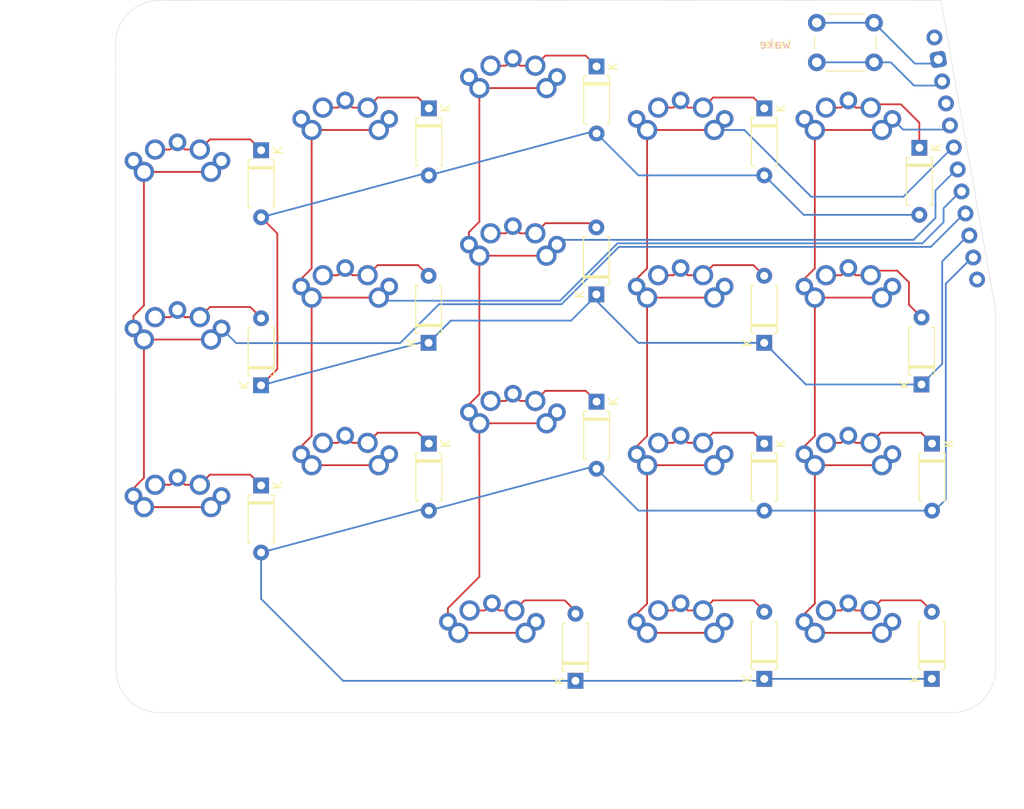
<source format=kicad_pcb>
(kicad_pcb (version 20241229) (generator "pcbnew") (generator_version "9.0")
  (layers (0 "F.Cu" signal) (2 "B.Cu" signal) (13 "F.Paste" user) (15 "B.Paste" user) (5 "F.SilkS" user "F.Silkscreen") (7 "B.SilkS" user "B.Silkscreen") (1 "F.Mask" user) (3 "B.Mask" user) (25 "Edge.Cuts" user))
  (net 0 "")
  (net 1 "Net-(D1-K)")
  (net 2 "ROW0")
  (net 3 "Net-(D2-K)")
  (net 4 "Net-(D3-K)")
  (net 5 "Net-(D4-K)")
  (net 6 "Net-(D5-K)")
  (net 7 "Net-(D10-A)")
  (net 8 "Net-(D6-A)")
  (net 9 "Net-(D7-A)")
  (net 10 "Net-(D8-A)")
  (net 11 "Net-(D9-A)")
  (net 12 "ROW1")
  (net 13 "Net-(D11-K)")
  (net 14 "Net-(D12-K)")
  (net 15 "Net-(D13-K)")
  (net 16 "Net-(D14-K)")
  (net 17 "Net-(D15-K)")
  (net 18 "Net-(D17-A)")
  (net 19 "Net-(D18-A)")
  (net 20 "COL2")
  (net 21 "COL1")
  (net 22 "COL3")
  (net 23 "COL4")
  (net 24 "Net-(D16-A)")
  (net 25 "COL0")
  (net 26 "Net-(U1-RST)")
  (net 27 "Net-(SW1-Pad1)")
  (footprint "Diode_THT:D_A-405_P7.62mm_Horizontal" (layer "F.Cu") (at 166.858417 63.311979 -90)
    (property "Reference" "D3" (hide yes))
    (property "Value" "D_Small" (hide yes))
  )
  (footprint "Diode_THT:D_A-405_P7.62mm_Horizontal" (layer "F.Cu") (at 185.882264 128.155176 90)
    (property "Reference" "D18" (hide yes))
    (property "Value" "D_Small" (hide yes))
  )
  (footprint "marbastlib-mx:SW_MX_1u_rev" (layer "F.Cu") (at 157.358414 87.36198)
    (property "Reference" "MX8" (hide yes))
    (property "Value" "MX_SW_solder" (hide yes))
  )
  (footprint "marbastlib-mx:SW_MX_1u_rev" (layer "F.Cu") (at 119.258415 106.411978)
    (property "Reference" "MX12" (hide yes))
    (property "Value" "MX_SW_solder")
  )
  (footprint "marbastlib-mx:SW_MX_1u_rev" (layer "F.Cu") (at 138.308417 63.54948)
    (property "Reference" "MX1" (hide yes))
    (property "Value" "MX_SW_solder" (hide yes))
  )
  (footprint "Diode_THT:D_A-405_P7.62mm_Horizontal" (layer "F.Cu") (at 166.858416 128.155176 90)
    (property "Reference" "D17" (hide yes))
    (property "Value" "D_Small" (hide yes))
  )
  (footprint "MountingHole:MountingHole_2.2mm_M2" (layer "F.Cu") (at 98.112701 56.050346)
    (property "Reference" "REF**" (hide yes))
    (property "Value" "MountingHole_2.2mm_M2" (hide yes))
  )
  (footprint "marbastlib-mx:SW_MX_1u_rev" (layer "F.Cu") (at 119.258417 87.36198)
    (property "Reference" "MX7" (hide yes))
    (property "Value" "MX_SW_solder")
  )
  (footprint "MountingHole:MountingHole_2.2mm_M2" (layer "F.Cu") (at 190.35049 126.99679)
    (property "Reference" "REF**" (hide yes))
    (property "Value" "MountingHole_2.2mm_M2" (hide yes))
  )
  (footprint "Diode_THT:D_A-405_P7.62mm_Horizontal" (layer "F.Cu") (at 109.702264 94.795175 90)
    (property "Reference" "D10" (hide yes))
    (property "Value" "D_Small" (hide yes))
  )
  (footprint "marbastlib-mx:SW_MX_1u_rev" (layer "F.Cu") (at 138.308416 82.599482)
    (property "Reference" "MX6" (hide yes))
    (property "Value" "MX_SW_solder")
  )
  (footprint "marbastlib-mx:SW_MX_1u_rev" (layer "F.Cu") (at 138.308416 101.649479)
    (property "Reference" "MX11" (hide yes))
    (property "Value" "MX_SW_solder")
  )
  (footprint "Diode_THT:D_A-405_P7.62mm_Horizontal" (layer "F.Cu") (at 128.758417 101.41198 -90)
    (property "Reference" "D12" (hide yes))
    (property "Value" "D_Small" (hide yes))
  )
  (footprint "marbastlib-mx:SW_MX_1u_rev" (layer "F.Cu") (at 176.408416 125.461979)
    (property "Reference" "MX18" (hide yes))
    (property "Value" "MX_SW_solder" (hide yes))
  )
  (footprint "marbastlib-mx:SW_MX_1u_rev" (layer "F.Cu") (at 100.208417 92.12448)
    (property "Reference" "MX10" (hide yes))
    (property "Value" "MX_SW_solder" (hide yes))
  )
  (footprint "marbastlib-mx:SW_MX_1u_rev" (layer "F.Cu") (at 119.258417 68.311977)
    (property "Reference" "MX2" (hide yes))
    (property "Value" "MX_SW_solder" (hide yes))
  )
  (footprint "Diode_THT:D_A-405_P7.62mm_Horizontal" (layer "F.Cu") (at 147.78049 84.466444 90)
    (property "Reference" "D6" (hide yes))
    (property "Value" "D_Small" (hide yes))
  )
  (footprint "marbastlib-mx:SW_MX_1u_rev" (layer "F.Cu") (at 176.408417 87.361978)
    (property "Reference" "MX9" (hide yes))
    (property "Value" "MX_SW_solder" (hide yes))
  )
  (footprint "Diode_THT:D_A-405_P7.62mm_Horizontal" (layer "F.Cu") (at 185.908416 101.41198 -90)
    (property "Reference" "D14" (hide yes))
    (property "Value" "D_Small" (hide yes))
  )
  (footprint "Diode_THT:D_A-405_P7.62mm_Horizontal" (layer "F.Cu") (at 109.708416 106.174479 -90)
    (property "Reference" "D15" (hide yes))
    (property "Value" "D_Small" (hide yes))
  )
  (footprint "Diode_THT:D_A-405_P7.62mm_Horizontal" (layer "F.Cu") (at 145.412264 128.375176 90)
    (property "Reference" "D16" (hide yes))
    (property "Value" "D_Small" (hide yes))
  )
  (footprint "marbastlib-mx:SW_MX_1u_rev" (layer "F.Cu") (at 157.358417 68.31198)
    (property "Reference" "MX3" (hide yes))
    (property "Value" "MX_SW_solder" (hide yes))
  )
  (footprint "Diode_THT:D_A-405_P7.62mm_Horizontal" (layer "F.Cu") (at 184.72049 94.696444 90)
    (property "Reference" "D9" (hide yes))
    (property "Value" "D_Small" (hide yes))
  )
  (footprint "Diode_THT:D_A-405_P7.62mm_Horizontal" (layer "F.Cu") (at 147.808417 96.64948 -90)
    (property "Reference" "D11" (hide yes))
    (property "Value" "D_Small" (hide yes))
  )
  (footprint "marbastlib-mx:SW_MX_1u_rev" (layer "F.Cu") (at 135.927165 125.46198)
    (property "Reference" "MX16" (hide yes))
    (property "Value" "MX_SW_solder" (hide yes))
  )
  (footprint "marbastlib-mx:SW_MX_1u_rev" (layer "F.Cu") (at 100.208415 73.07448)
    (property "Reference" "MX5" (hide yes))
    (property "Value" "MX_SW_solder" (hide yes))
  )
  (footprint "marbastlib-mx:SW_MX_1u_rev" (layer "F.Cu") (at 100.208417 111.174481)
    (property "Reference" "MX15" (hide yes))
    (property "Value" "MX_SW_solder" (hide yes))
  )
  (footprint "Diode_THT:D_A-405_P7.62mm_Horizontal" (layer "F.Cu") (at 184.47049 67.796444 -90)
    (property "Reference" "D4" (hide yes))
    (property "Value" "D_Small" (hide yes))
  )
  (footprint "MountingHole:MountingHole_2.2mm_M2" (layer "F.Cu") (at 98.148458 126.996791)
    (property "Reference" "REF**" (hide yes))
    (property "Value" "MountingHole_2.2mm_M2" (hide yes))
  )
  (footprint "Diode_THT:D_A-405_P7.62mm_Horizontal" (layer "F.Cu") (at 166.858417 101.411979 -90)
    (property "Reference" "D13" (hide yes))
    (property "Value" "D_Small" (hide yes))
  )
  (footprint "marbastlib-mx:SW_MX_1u_rev" (layer "F.Cu") (at 176.408416 106.411979)
    (property "Reference" "MX14" (hide yes))
    (property "Value" "MX_SW_solder" (hide yes))
  )
  (footprint "Diode_THT:D_A-405_P7.62mm_Horizontal" (layer "F.Cu") (at 109.708415 68.074478 -90)
    (property "Reference" "D5" (hide yes))
    (property "Value" "D_Small" (hide yes))
  )
  (footprint "Diode_THT:D_A-405_P7.62mm_Horizontal" (layer "F.Cu") (at 166.852264 89.965175 90)
    (property "Reference" "D8" (hide yes))
    (property "Value" "D_Small" (hide yes))
  )
  (footprint "marbastlib-mx:SW_MX_1u_rev" (layer "F.Cu") (at 176.408417 68.311979)
    (property "Reference" "MX4" (hide yes))
    (property "Value" "MX_SW_solder" (hide yes))
  )
  (footprint "Diode_THT:D_A-405_P7.62mm_Horizontal" (layer "F.Cu") (at 147.808415 58.549479 -90)
    (property "Reference" "D1" (hide yes))
    (property "Value" "D_Small" (hide yes))
  )
  (footprint "Button_Switch_THT:SW_PUSH_6mm" (layer "F.Cu") (at 172.82049 53.586444)
    (property "Reference" "SW1" (hide yes))
    (property "Value" "SW_Push" (hide yes))
  )
  (footprint "MountingHole:MountingHole_2.2mm_M2" (layer "F.Cu") (at 161.90049 56.050346)
    (property "Reference" "REF**" (hide yes))
    (property "Value" "MountingHole_2.2mm_M2" (hide yes))
  )
  (footprint "Diode_THT:D_A-405_P7.62mm_Horizontal" (layer "F.Cu") (at 128.758415 63.311979 -90)
    (property "Reference" "D2" (hide yes))
    (property "Value" "D_Small" (hide yes))
  )
  (footprint "marbastlib-mx:SW_MX_1u_rev" (layer "F.Cu") (at 157.358417 106.411979)
    (property "Reference" "MX13" (hide yes))
    (property "Value" "MX_SW_solder" (hide yes))
  )
  (footprint "Diode_THT:D_A-405_P7.62mm_Horizontal" (layer "F.Cu") (at 128.732264 89.965175 90)
    (property "Reference" "D7" (hide yes))
    (property "Value" "D_Small" (hide yes))
  )
  (footprint "marbastlib-mx:SW_MX_1u_rev" (layer "F.Cu") (at 157.358418 125.461981)
    (property "Reference" "MX17" (hide yes))
    (property "Value" "MX_SW_solder" (hide yes))
  )
  (footprint "marbastlib-xp-promicroish:ProMicro_Reversible_Single" (layer "B.Cu") (at 196.11049 67.686444 -170)
    (property "Reference" "U1" (hide yes))
    (property "Value" "ProMicro" (hide yes))
  )
  (gr_line (start 193.143191 88.297315) (end 193.143191 86.369326) (stroke (width 0.05)) (layer "Edge.Cuts"))
  (gr_line (start 93.172701 56.050346) (end 93.208458 126.99679) (stroke (width 0.05)) (layer "Edge.Cuts"))
  (gr_line (start 193.143191 88.297315) (end 193.143191 126.99679) (stroke (width 0.05)) (layer "Edge.Cuts"))
  (gr_arc (start 193.143191 126.99679) (mid 191.678725 130.532324) (end 188.143191 131.99679) (stroke (width 0.05)) (layer "Edge.Cuts"))
  (gr_line (start 98.208458 131.996791) (end 188.1432 131.99679) (stroke (width 0.05)) (layer "Edge.Cuts"))
  (gr_line (start 186.91049 51.026352) (end 193.143191 86.369326) (stroke (width 0.05)) (layer "Edge.Cuts"))
  (gr_line (start 186.57049 51.026444) (end 186.91049 51.026352) (stroke (width 0.05)) (layer "Edge.Cuts"))
  (gr_arc (start 93.172701 56.050346) (mid 94.637169 52.514815) (end 98.172701 51.050346) (stroke (width 0.05)) (layer "Edge.Cuts"))
  (gr_line (start 186.57049 51.026444) (end 98.172701 51.050363) (stroke (width 0.05)) (layer "Edge.Cuts"))
  (gr_arc (start 98.208458 131.996791) (mid 94.672954 130.53231) (end 93.208458 126.996791) (stroke (width 0.05)) (layer "Edge.Cuts"))
  (gr_text "reset" (at 166.20049 56.586444 0) (layer "F.SilkS") (effects (font (size 1 1) (thickness 0.1)) (justify left bottom)))
  (gr_text "wake" (at 169.97049 56.606444 0) (layer "B.SilkS") (effects (font (size 1 1) (thickness 0.1)) (justify left bottom mirror)))
  (segment (start 140.848417 58.469478) (end 139.128417 58.469478) (width 0.2) (layer "F.Cu") (net 1))
  (segment (start 139.128417 58.469478) (end 138.308416 57.649479) (width 0.2) (layer "F.Cu") (net 1))
  (segment (start 141.998416 57.319479) (end 146.578415 57.319478) (width 0.2) (layer "F.Cu") (net 1))
  (segment (start 135.768416 58.469478) (end 137.488415 58.469479) (width 0.2) (layer "F.Cu") (net 1))
  (segment (start 140.848417 58.469478) (end 141.998416 57.319479) (width 0.2) (layer "F.Cu") (net 1))
  (segment (start 146.578415 57.319478) (end 147.808415 58.549479) (width 0.2) (layer "F.Cu") (net 1))
  (segment (start 137.488415 58.469479) (end 138.308416 57.649479) (width 0.2) (layer "F.Cu") (net 1))
  (segment (start 109.702264 94.795175) (end 111.55049 92.946949) (width 0.2) (layer "F.Cu") (net 2))
  (segment (start 111.55049 77.536553) (end 109.708415 75.694478) (width 0.2) (layer "F.Cu") (net 2))
  (segment (start 111.55049 92.946949) (end 111.55049 77.536553) (width 0.2) (layer "F.Cu") (net 2))
  (segment (start 109.702264 94.795175) (end 128.413946 89.781395) (width 0.2) (layer "B.Cu") (net 2))
  (segment (start 187.07049 80.705322) (end 189.511228 78.264584) (width 0.2) (layer "B.Cu") (net 2))
  (segment (start 171.583533 94.696444) (end 184.72049 94.696444) (width 0.2) (layer "B.Cu") (net 2))
  (segment (start 166.852264 89.965175) (end 171.583533 94.696444) (width 0.2) (layer "B.Cu") (net 2))
  (segment (start 147.78049 85.183402) (end 152.562263 89.965175) (width 0.2) (layer "B.Cu") (net 2))
  (segment (start 128.732264 89.965175) (end 131.260995 87.436444) (width 0.2) (layer "B.Cu") (net 2))
  (segment (start 144.921936 87.436444) (end 147.78049 84.57789) (width 0.2) (layer "B.Cu") (net 2))
  (segment (start 189.649987 78.264584) (end 190.149987 77.764584) (width 0.2) (layer "B.Cu") (net 2))
  (segment (start 171.342882 75.416444) (end 184.36049 75.416444) (width 0.2) (layer "B.Cu") (net 2))
  (segment (start 184.47049 75.526444) (end 184.47049 75.416444) (width 0.2) (layer "B.Cu") (net 2))
  (segment (start 189.511228 78.264584) (end 189.649987 78.264584) (width 0.2) (layer "B.Cu") (net 2))
  (segment (start 166.858417 70.931979) (end 171.342882 75.416444) (width 0.2) (layer "B.Cu") (net 2))
  (segment (start 147.403905 65.935935) (end 147.808415 66.169479) (width 0.2) (layer "B.Cu") (net 2))
  (segment (start 184.72049 94.696444) (end 187.07049 92.346444) (width 0.2) (layer "B.Cu") (net 2))
  (segment (start 128.413946 89.781395) (end 128.732264 89.965175) (width 0.2) (layer "B.Cu") (net 2))
  (segment (start 147.78049 84.57789) (end 147.78049 84.466444) (width 0.2) (layer "B.Cu") (net 2))
  (segment (start 184.36049 75.416444) (end 184.47049 75.526444) (width 0.2) (layer "B.Cu") (net 2))
  (segment (start 187.07049 92.346444) (end 187.07049 80.705322) (width 0.2) (layer "B.Cu") (net 2))
  (segment (start 152.562263 89.965175) (end 166.852264 89.965175) (width 0.2) (layer "B.Cu") (net 2))
  (segment (start 131.260995 87.436444) (end 144.921936 87.436444) (width 0.2) (layer "B.Cu") (net 2))
  (segment (start 152.570915 70.931979) (end 166.858417 70.931979) (width 0.2) (layer "B.Cu") (net 2))
  (segment (start 147.808415 66.169479) (end 152.570915 70.931979) (width 0.2) (layer "B.Cu") (net 2))
  (segment (start 147.78049 84.466444) (end 147.78049 85.183402) (width 0.2) (layer "B.Cu") (net 2))
  (segment (start 128.353904 70.698435) (end 128.758415 70.931979) (width 0.2) (layer "B.Cu") (net 2))
  (segment (start 128.758415 70.931979) (end 147.403905 65.935935) (width 0.2) (layer "B.Cu") (net 2))
  (segment (start 109.708416 75.694478) (end 128.353904 70.698435) (width 0.2) (layer "B.Cu") (net 2))
  (segment (start 127.528416 62.081979) (end 128.758415 63.311979) (width 0.2) (layer "F.Cu") (net 3))
  (segment (start 121.798415 63.231978) (end 120.078418 63.231979) (width 0.2) (layer "F.Cu") (net 3))
  (segment (start 116.718417 63.231979) (end 118.438416 63.231979) (width 0.2) (layer "F.Cu") (net 3))
  (segment (start 120.078418 63.231979) (end 119.258417 62.411979) (width 0.2) (layer "F.Cu") (net 3))
  (segment (start 121.798415 63.231978) (end 122.948416 62.08198) (width 0.2) (layer "F.Cu") (net 3))
  (segment (start 118.438416 63.231979) (end 119.258417 62.411979) (width 0.2) (layer "F.Cu") (net 3))
  (segment (start 122.948416 62.08198) (end 127.528416 62.081979) (width 0.2) (layer "F.Cu") (net 3))
  (segment (start 156.538415 63.23198) (end 157.358417 62.411978) (width 0.2) (layer "F.Cu") (net 4))
  (segment (start 165.628415 62.081979) (end 166.858417 63.311979) (width 0.2) (layer "F.Cu") (net 4))
  (segment (start 159.898415 63.231981) (end 161.048416 62.08198) (width 0.2) (layer "F.Cu") (net 4))
  (segment (start 158.178416 63.231981) (end 157.358417 62.411978) (width 0.2) (layer "F.Cu") (net 4))
  (segment (start 159.898415 63.231981) (end 158.178416 63.231981) (width 0.2) (layer "F.Cu") (net 4))
  (segment (start 161.048416 62.08198) (end 165.628415 62.081979) (width 0.2) (layer "F.Cu") (net 4))
  (segment (start 154.818415 63.231978) (end 156.538415 63.23198) (width 0.2) (layer "F.Cu") (net 4))
  (segment (start 179.323951 62.856444) (end 182.38049 62.856444) (width 0.2) (layer "F.Cu") (net 5))
  (segment (start 177.228416 63.231979) (end 178.948416 63.231979) (width 0.2) (layer "F.Cu") (net 5))
  (segment (start 175.588417 63.23198) (end 176.408417 62.411979) (width 0.2) (layer "F.Cu") (net 5))
  (segment (start 176.408417 62.411979) (end 177.228416 63.231979) (width 0.2) (layer "F.Cu") (net 5))
  (segment (start 178.948416 63.231979) (end 179.323951 62.856444) (width 0.2) (layer "F.Cu") (net 5))
  (segment (start 182.38049 62.856444) (end 184.47049 64.946444) (width 0.2) (layer "F.Cu") (net 5))
  (segment (start 173.868418 63.231981) (end 175.588417 63.23198) (width 0.2) (layer "F.Cu") (net 5))
  (segment (start 184.47049 64.946444) (end 184.47049 67.796444) (width 0.2) (layer "F.Cu") (net 5))
  (segment (start 102.748417 67.994478) (end 103.898416 66.844482) (width 0.2) (layer "F.Cu") (net 6))
  (segment (start 101.028416 67.994479) (end 100.208418 67.174481) (width 0.2) (layer "F.Cu") (net 6))
  (segment (start 102.748417 67.994478) (end 101.028416 67.994479) (width 0.2) (layer "F.Cu") (net 6))
  (segment (start 108.478417 66.844479) (end 109.708415 68.074478) (width 0.2) (layer "F.Cu") (net 6))
  (segment (start 99.388415 67.994477) (end 100.208418 67.174481) (width 0.2) (layer "F.Cu") (net 6))
  (segment (start 97.668417 67.994479) (end 99.388415 67.994477) (width 0.2) (layer "F.Cu") (net 6))
  (segment (start 103.898416 66.844482) (end 108.478417 66.844479) (width 0.2) (layer "F.Cu") (net 6))
  (segment (start 99.388415 87.044478) (end 100.208415 86.224478) (width 0.2) (layer "F.Cu") (net 7))
  (segment (start 103.898416 85.894479) (end 108.478417 85.894479) (width 0.2) (layer "F.Cu") (net 7))
  (segment (start 108.478417 85.894479) (end 109.708416 87.12448) (width 0.2) (layer "F.Cu") (net 7))
  (segment (start 102.748415 87.044479) (end 101.028417 87.044478) (width 0.2) (layer "F.Cu") (net 7))
  (segment (start 102.748415 87.044479) (end 103.898416 85.894479) (width 0.2) (layer "F.Cu") (net 7))
  (segment (start 101.028417 87.044478) (end 100.208415 86.224478) (width 0.2) (layer "F.Cu") (net 7))
  (segment (start 97.668417 87.044478) (end 99.388415 87.044478) (width 0.2) (layer "F.Cu") (net 7))
  (segment (start 135.768417 77.519479) (end 137.488416 77.51948) (width 0.2) (layer "F.Cu") (net 8))
  (segment (start 137.488416 77.51948) (end 138.308415 76.699479) (width 0.2) (layer "F.Cu") (net 8))
  (segment (start 141.998417 76.369478) (end 147.303524 76.369478) (width 0.2) (layer "F.Cu") (net 8))
  (segment (start 139.128417 77.51948) (end 140.848416 77.519479) (width 0.2) (layer "F.Cu") (net 8))
  (segment (start 147.303524 76.369478) (end 147.808416 76.87437) (width 0.2) (layer "F.Cu") (net 8))
  (segment (start 147.808416 76.87437) (end 147.808416 77.599479) (width 0.2) (layer "F.Cu") (net 8))
  (segment (start 138.308415 76.699479) (end 139.128417 77.51948) (width 0.2) (layer "F.Cu") (net 8))
  (segment (start 140.848416 77.519479) (end 141.998417 76.369478) (width 0.2) (layer "F.Cu") (net 8))
  (segment (start 121.798415 82.281979) (end 122.948417 81.131979) (width 0.2) (layer "F.Cu") (net 9))
  (segment (start 116.718417 82.281979) (end 118.438417 82.281978) (width 0.2) (layer "F.Cu") (net 9))
  (segment (start 120.078416 82.281979) (end 119.258417 81.461979) (width 0.2) (layer "F.Cu") (net 9))
  (segment (start 121.798415 82.281979) (end 120.078416 82.281979) (width 0.2) (layer "F.Cu") (net 9))
  (segment (start 127.528417 81.131979) (end 128.758415 82.361981) (width 0.2) (layer "F.Cu") (net 9))
  (segment (start 122.948417 81.131979) (end 127.528417 81.131979) (width 0.2) (layer "F.Cu") (net 9))
  (segment (start 118.438417 82.281978) (end 119.258417 81.461979) (width 0.2) (layer "F.Cu") (net 9))
  (segment (start 159.898418 82.281979) (end 161.048416 81.131979) (width 0.2) (layer "F.Cu") (net 10))
  (segment (start 154.818416 82.281979) (end 156.538418 82.28198) (width 0.2) (layer "F.Cu") (net 10))
  (segment (start 161.048416 81.131979) (end 165.628418 81.131979) (width 0.2) (layer "F.Cu") (net 10))
  (segment (start 159.898418 82.281979) (end 158.178416 82.281979) (width 0.2) (layer "F.Cu") (net 10))
  (segment (start 165.628418 81.131979) (end 166.858417 82.361979) (width 0.2) (layer "F.Cu") (net 10))
  (segment (start 158.178416 82.281979) (end 157.358418 81.461979) (width 0.2) (layer "F.Cu") (net 10))
  (segment (start 156.538418 82.28198) (end 157.358418 81.461979) (width 0.2) (layer "F.Cu") (net 10))
  (segment (start 177.228417 82.28198) (end 176.408415 81.461978) (width 0.2) (layer "F.Cu") (net 11))
  (segment (start 183.29049 85.646444) (end 184.72049 87.076444) (width 0.2) (layer "F.Cu") (net 11))
  (segment (start 183.29049 83.093402) (end 183.29049 85.646444) (width 0.2) (layer "F.Cu") (net 11))
  (segment (start 179.473951 81.756444) (end 181.953532 81.756444) (width 0.2) (layer "F.Cu") (net 11))
  (segment (start 173.868417 82.28198) (end 175.588415 82.28198) (width 0.2) (layer "F.Cu") (net 11))
  (segment (start 175.588415 82.28198) (end 176.408415 81.461978) (width 0.2) (layer "F.Cu") (net 11))
  (segment (start 181.953532 81.756444) (end 183.29049 83.093402) (width 0.2) (layer "F.Cu") (net 11))
  (segment (start 178.948417 82.281978) (end 179.473951 81.756444) (width 0.2) (layer "F.Cu") (net 11))
  (segment (start 178.948417 82.281978) (end 177.228417 82.28198) (width 0.2) (layer "F.Cu") (net 11))
  (segment (start 185.908416 109.03198) (end 186.204954 109.03198) (width 0.2) (layer "B.Cu") (net 12))
  (segment (start 152.570916 109.031979) (end 166.858417 109.031979) (width 0.2) (layer "B.Cu") (net 12))
  (segment (start 128.758417 109.03198) (end 147.403907 104.035936) (width 0.2) (layer "B.Cu") (net 12))
  (segment (start 189.952295 80.765996) (end 190.091054 80.765996) (width 0.2) (layer "B.Cu") (net 12))
  (segment (start 166.858416 128.155176) (end 185.882264 128.155176) (width 0.2) (layer "B.Cu") (net 12))
  (segment (start 187.47149 83.246801) (end 189.952295 80.765996) (width 0.2) (layer "B.Cu") (net 12))
  (segment (start 186.204954 109.03198) (end 187.47149 107.765444) (width 0.2) (layer "B.Cu") (net 12))
  (segment (start 109.708416 113.794479) (end 128.353906 108.798435) (width 0.2) (layer "B.Cu") (net 12))
  (segment (start 119.019222 128.375176) (end 145.412264 128.375176) (width 0.2) (layer "B.Cu") (net 12))
  (segment (start 109.708416 119.06437) (end 119.019222 128.375176) (width 0.2) (layer "B.Cu") (net 12))
  (segment (start 187.47149 107.765444) (end 187.47149 83.246801) (width 0.2) (layer "B.Cu") (net 12))
  (segment (start 166.638416 128.375176) (end 166.858416 128.155176) (width 0.2) (layer "B.Cu") (net 12))
  (segment (start 145.412264 128.375176) (end 166.638416 128.375176) (width 0.2) (layer "B.Cu") (net 12))
  (segment (start 128.353906 108.798435) (end 128.758417 109.03198) (width 0.2) (layer "B.Cu") (net 12))
  (segment (start 147.403907 104.035936) (end 147.808417 104.26948) (width 0.2) (layer "B.Cu") (net 12))
  (segment (start 109.708416 113.794479) (end 109.708416 119.06437) (width 0.2) (layer "B.Cu") (net 12))
  (segment (start 147.808417 104.26948) (end 152.570916 109.031979) (width 0.2) (layer "B.Cu") (net 12))
  (segment (start 166.858417 109.031979) (end 185.908416 109.03198) (width 0.2) (layer "B.Cu") (net 12))
  (segment (start 190.091054 80.765996) (end 190.591054 80.265996) (width 0.2) (layer "B.Cu") (net 12))
  (segment (start 141.998417 95.419479) (end 146.578416 95.419479) (width 0.2) (layer "F.Cu") (net 13))
  (segment (start 137.488418 96.569479) (end 138.308416 95.749479) (width 0.2) (layer "F.Cu") (net 13))
  (segment (start 140.848417 96.569478) (end 139.128415 96.56948) (width 0.2) (layer "F.Cu") (net 13))
  (segment (start 135.768415 96.56948) (end 137.488418 96.569479) (width 0.2) (layer "F.Cu") (net 13))
  (segment (start 140.848417 96.569478) (end 141.998417 95.419479) (width 0.2) (layer "F.Cu") (net 13))
  (segment (start 146.578416 95.419479) (end 147.808417 96.64948) (width 0.2) (layer "F.Cu") (net 13))
  (segment (start 139.128415 96.56948) (end 138.308416 95.749479) (width 0.2) (layer "F.Cu") (net 13))
  (segment (start 116.718416 101.33198) (end 118.438416 101.331979) (width 0.2) (layer "F.Cu") (net 14))
  (segment (start 120.078417 101.33198) (end 119.258415 100.511981) (width 0.2) (layer "F.Cu") (net 14))
  (segment (start 122.948417 100.181979) (end 127.528415 100.181979) (width 0.2) (layer "F.Cu") (net 14))
  (segment (start 121.798418 101.331979) (end 122.948417 100.181979) (width 0.2) (layer "F.Cu") (net 14))
  (segment (start 127.528415 100.181979) (end 128.758417 101.41198) (width 0.2) (layer "F.Cu") (net 14))
  (segment (start 121.798418 101.331979) (end 120.078417 101.33198) (width 0.2) (layer "F.Cu") (net 14))
  (segment (start 118.438416 101.331979) (end 119.258415 100.511981) (width 0.2) (layer "F.Cu") (net 14))
  (segment (start 165.628417 100.181977) (end 166.858417 101.411979) (width 0.2) (layer "F.Cu") (net 15))
  (segment (start 156.538416 101.331979) (end 157.358417 100.511978) (width 0.2) (layer "F.Cu") (net 15))
  (segment (start 161.048416 100.181979) (end 165.628417 100.181977) (width 0.2) (layer "F.Cu") (net 15))
  (segment (start 154.818418 101.331978) (end 156.538416 101.331979) (width 0.2) (layer "F.Cu") (net 15))
  (segment (start 158.178417 101.331978) (end 157.358417 100.511978) (width 0.2) (layer "F.Cu") (net 15))
  (segment (start 159.898417 101.33198) (end 161.048416 100.181979) (width 0.2) (layer "F.Cu") (net 15))
  (segment (start 159.898417 101.33198) (end 158.178417 101.331978) (width 0.2) (layer "F.Cu") (net 15))
  (segment (start 184.678417 100.18198) (end 185.908416 101.41198) (width 0.2) (layer "F.Cu") (net 16))
  (segment (start 180.098417 100.18198) (end 184.678417 100.18198) (width 0.2) (layer "F.Cu") (net 16))
  (segment (start 173.868415 101.331979) (end 175.588417 101.331979) (width 0.2) (layer "F.Cu") (net 16))
  (segment (start 175.588417 101.331979) (end 176.408417 100.51198) (width 0.2) (layer "F.Cu") (net 16))
  (segment (start 177.228415 101.331979) (end 176.408417 100.51198) (width 0.2) (layer "F.Cu") (net 16))
  (segment (start 178.948417 101.33198) (end 180.098417 100.18198) (width 0.2) (layer "F.Cu") (net 16))
  (segment (start 178.948417 101.33198) (end 177.228415 101.331979) (width 0.2) (layer "F.Cu") (net 16))
  (segment (start 102.748416 106.09448) (end 103.898417 104.944478) (width 0.2) (layer "F.Cu") (net 17))
  (segment (start 103.898417 104.944478) (end 108.478416 104.94448) (width 0.2) (layer "F.Cu") (net 17))
  (segment (start 108.478416 104.94448) (end 109.708416 106.174479) (width 0.2) (layer "F.Cu") (net 17))
  (segment (start 99.388415 106.09448) (end 100.208416 105.274479) (width 0.2) (layer "F.Cu") (net 17))
  (segment (start 97.668417 106.094479) (end 99.388415 106.09448) (width 0.2) (layer "F.Cu") (net 17))
  (segment (start 101.028417 106.09448) (end 100.208416 105.274479) (width 0.2) (layer "F.Cu") (net 17))
  (segment (start 102.748416 106.09448) (end 101.028417 106.09448) (width 0.2) (layer "F.Cu") (net 17))
  (segment (start 154.818417 120.38198) (end 156.538417 120.38198) (width 0.2) (layer "F.Cu") (net 18))
  (segment (start 161.048415 119.23198) (end 165.628416 119.23198) (width 0.2) (layer "F.Cu") (net 18))
  (segment (start 158.178417 120.381979) (end 157.358416 119.561979) (width 0.2) (layer "F.Cu") (net 18))
  (segment (start 159.898417 120.381981) (end 158.178417 120.381979) (width 0.2) (layer "F.Cu") (net 18))
  (segment (start 159.898417 120.381981) (end 161.048415 119.23198) (width 0.2) (layer "F.Cu") (net 18))
  (segment (start 165.628416 119.23198) (end 166.858416 120.461981) (width 0.2) (layer "F.Cu") (net 18))
  (segment (start 156.538417 120.38198) (end 157.358416 119.561979) (width 0.2) (layer "F.Cu") (net 18))
  (segment (start 178.948418 120.381981) (end 177.228415 120.381981) (width 0.2) (layer "F.Cu") (net 19))
  (segment (start 173.868415 120.38198) (end 175.588418 120.381981) (width 0.2) (layer "F.Cu") (net 19))
  (segment (start 175.588418 120.381981) (end 176.408417 119.561981) (width 0.2) (layer "F.Cu") (net 19))
  (segment (start 180.098416 119.231979) (end 184.678418 119.23198) (width 0.2) (layer "F.Cu") (net 19))
  (segment (start 184.678418 119.23198) (end 185.908417 120.46198) (width 0.2) (layer "F.Cu") (net 19))
  (segment (start 177.228415 120.381981) (end 176.408417 119.561981) (width 0.2) (layer "F.Cu") (net 19))
  (segment (start 178.948418 120.381981) (end 180.098416 119.231979) (width 0.2) (layer "F.Cu") (net 19))
  (segment (start 133.308416 96.977455) (end 133.308416 97.849479) (width 0.2) (layer "F.Cu") (net 20))
  (segment (start 134.498416 95.787455) (end 133.308416 96.977455) (width 0.2) (layer "F.Cu") (net 20))
  (segment (start 142.118415 80.059481) (end 134.498416 80.059481) (width 0.2) (layer "F.Cu") (net 20))
  (segment (start 134.498417 61.00948) (end 142.118417 61.009479) (width 0.2) (layer "F.Cu") (net 20))
  (segment (start 130.927165 120.119769) (end 130.927165 121.66198) (width 0.2) (layer "F.Cu") (net 20))
  (segment (start 134.498416 80.059482) (end 134.498416 95.787455) (width 0.2) (layer "F.Cu") (net 20))
  (segment (start 132.117165 122.921979) (end 139.737167 122.92198) (width 0.2) (layer "F.Cu") (net 20))
  (segment (start 134.498416 99.109479) (end 134.498416 116.548518) (width 0.2) (layer "F.Cu") (net 20))
  (segment (start 133.308416 77.388518) (end 133.308416 78.799482) (width 0.2) (layer "F.Cu") (net 20))
  (segment (start 134.498416 99.109478) (end 142.118415 99.109479) (width 0.2) (layer "F.Cu") (net 20))
  (segment (start 134.498417 76.198517) (end 133.308416 77.388518) (width 0.2) (layer "F.Cu") (net 20))
  (segment (start 134.498417 61.00948) (end 134.498417 76.198517) (width 0.2) (layer "F.Cu") (net 20))
  (segment (start 134.498416 116.548518) (end 130.927165 120.119769) (width 0.2) (layer "F.Cu") (net 20))
  (segment (start 186.30049 75.766444) (end 186.30049 72.647889) (width 0.2) (layer "B.Cu") (net 20))
  (segment (start 188.326788 70.76035) (end 188.826788 70.26035) (width 0.2) (layer "B.Cu") (net 20))
  (segment (start 186.30049 72.647889) (end 188.188029 70.76035) (width 0.2) (layer "B.Cu") (net 20))
  (segment (start 188.188029 70.76035) (end 188.326788 70.76035) (width 0.2) (layer "B.Cu") (net 20))
  (segment (start 142.118416 80.059482) (end 143.921454 78.256444) (width 0.2) (layer "B.Cu") (net 20))
  (segment (start 183.81049 78.256444) (end 186.30049 75.766444) (width 0.2) (layer "B.Cu") (net 20))
  (segment (start 143.921454 78.256444) (end 183.81049 78.256444) (width 0.2) (layer "B.Cu") (net 20))
  (segment (start 114.258417 82.689956) (end 114.258417 83.56198) (width 0.2) (layer "F.Cu") (net 21))
  (segment (start 115.448417 84.82198) (end 115.448417 100.549952) (width 0.2) (layer "F.Cu") (net 21))
  (segment (start 115.448417 81.499956) (end 114.258417 82.689956) (width 0.2) (layer "F.Cu") (net 21))
  (segment (start 115.448417 100.549952) (end 114.258415 101.739954) (width 0.2) (layer "F.Cu") (net 21))
  (segment (start 123.068417 84.82198) (end 115.448417 84.82198) (width 0.2) (layer "F.Cu") (net 21))
  (segment (start 115.448417 65.771978) (end 123.068417 65.771977) (width 0.2) (layer "F.Cu") (net 21))
  (segment (start 114.258415 101.739954) (end 114.258415 102.611978) (width 0.2) (layer "F.Cu") (net 21))
  (segment (start 115.448417 103.87198) (end 123.068416 103.871978) (width 0.2) (layer "F.Cu") (net 21))
  (segment (start 115.448417 65.771977) (end 115.448417 81.499956) (width 0.2) (layer "F.Cu") (net 21))
  (segment (start 187.22049 76.256444) (end 187.22049 74.670365) (width 0.2) (layer "B.Cu") (net 21))
  (segment (start 188.767853 73.261761) (end 189.267853 72.761761) (width 0.2) (layer "B.Cu") (net 21))
  (segment (start 184.81949 78.657444) (end 187.22049 76.256444) (width 0.2) (layer "B.Cu") (net 21))
  (segment (start 123.422881 85.176444) (end 143.66339 85.176444) (width 0.2) (layer "B.Cu") (net 21))
  (segment (start 187.22049 74.670365) (end 188.629094 73.261761) (width 0.2) (layer "B.Cu") (net 21))
  (segment (start 188.629094 73.261761) (end 188.767853 73.261761) (width 0.2) (layer "B.Cu") (net 21))
  (segment (start 123.068417 84.82198) (end 123.422881 85.176444) (width 0.2) (layer "B.Cu") (net 21))
  (segment (start 143.66339 85.176444) (end 150.18239 78.657444) (width 0.2) (layer "B.Cu") (net 21))
  (segment (start 150.18239 78.657444) (end 184.81949 78.657444) (width 0.2) (layer "B.Cu") (net 21))
  (segment (start 153.548417 65.77198) (end 161.168417 65.77198) (width 0.2) (layer "F.Cu") (net 22))
  (segment (start 153.548414 100.549958) (end 152.358417 101.739955) (width 0.2) (layer "F.Cu") (net 22))
  (segment (start 153.548417 103.871979) (end 161.168416 103.871979) (width 0.2) (layer "F.Cu") (net 22))
  (segment (start 153.548417 103.871979) (end 153.548417 119.599958) (width 0.2) (layer "F.Cu") (net 22))
  (segment (start 161.168415 84.82198) (end 153.548415 84.82198) (width 0.2) (layer "F.Cu") (net 22))
  (segment (start 153.548417 119.599958) (end 152.358418 120.789957) (width 0.2) (layer "F.Cu") (net 22))
  (segment (start 152.358417 101.739955) (end 152.358417 102.611979) (width 0.2) (layer "F.Cu") (net 22))
  (segment (start 152.358414 82.689956) (end 152.358414 83.56198) (width 0.2) (layer "F.Cu") (net 22))
  (segment (start 153.548414 84.82198) (end 153.548414 100.549958) (width 0.2) (layer "F.Cu") (net 22))
  (segment (start 152.358418 120.789957) (end 152.358418 121.661981) (width 0.2) (layer "F.Cu") (net 22))
  (segment (start 153.548417 65.77198) (end 153.548417 81.499953) (width 0.2) (layer "F.Cu") (net 22))
  (segment (start 153.548416 122.921979) (end 161.168417 122.921979) (width 0.2) (layer "F.Cu") (net 22))
  (segment (start 153.548417 81.499953) (end 152.358414 82.689956) (width 0.2) (layer "F.Cu") (net 22))
  (segment (start 172.18049 73.356444) (end 182.649457 73.356444) (width 0.2) (layer "B.Cu") (net 22))
  (segment (start 182.649457 73.356444) (end 187.746964 68.258937) (width 0.2) (layer "B.Cu") (net 22))
  (segment (start 161.168417 65.77198) (end 164.596026 65.77198) (width 0.2) (layer "B.Cu") (net 22))
  (segment (start 187.746964 68.258937) (end 187.885723 68.258937) (width 0.2) (layer "B.Cu") (net 22))
  (segment (start 187.885723 68.258937) (end 188.385723 67.758937) (width 0.2) (layer "B.Cu") (net 22))
  (segment (start 164.596026 65.77198) (end 172.18049 73.356444) (width 0.2) (layer "B.Cu") (net 22))
  (segment (start 172.598416 103.871979) (end 172.598416 119.599955) (width 0.2) (layer "F.Cu") (net 23))
  (segment (start 172.598417 100.549954) (end 171.408416 101.739955) (width 0.2) (layer "F.Cu") (net 23))
  (segment (start 172.598417 81.499954) (end 171.408417 82.689954) (width 0.2) (layer "F.Cu") (net 23))
  (segment (start 172.598416 119.599955) (end 171.408416 120.789955) (width 0.2) (layer "F.Cu") (net 23))
  (segment (start 171.408416 120.789955) (end 171.408416 121.661979) (width 0.2) (layer "F.Cu") (net 23))
  (segment (start 172.598416 103.871979) (end 180.218416 103.87198) (width 0.2) (layer "F.Cu") (net 23))
  (segment (start 172.598417 84.821978) (end 172.598417 100.549954) (width 0.2) (layer "F.Cu") (net 23))
  (segment (start 172.598417 65.771979) (end 180.218417 65.771979) (width 0.2) (layer "F.Cu") (net 23))
  (segment (start 172.598417 84.821978) (end 180.218417 84.821979) (width 0.2) (layer "F.Cu") (net 23))
  (segment (start 171.408416 101.739955) (end 171.408416 102.611979) (width 0.2) (layer "F.Cu") (net 23))
  (segment (start 172.598417 65.771979) (end 172.598417 81.499954) (width 0.2) (layer "F.Cu") (net 23))
  (segment (start 171.408417 82.689954) (end 171.408417 83.561978) (width 0.2) (layer "F.Cu") (net 23))
  (segment (start 172.598416 122.921979) (end 180.218415 122.92198) (width 0.2) (layer "F.Cu") (net 23))
  (segment (start 187.695362 65.728233) (end 187.944655 65.47894) (width 0.2) (layer "B.Cu") (net 23))
  (segment (start 182.624671 65.728233) (end 187.695362 65.728233) (width 0.2) (layer "B.Cu") (net 23))
  (segment (start 187.944655 65.47894) (end 187.944655 65.257526) (width 0.2) (layer "B.Cu") (net 23))
  (segment (start 181.408417 64.511979) (end 182.624671 65.728233) (width 0.2) (layer "B.Cu") (net 23))
  (segment (start 138.467166 120.381979) (end 136.747168 120.381979) (width 0.2) (layer "F.Cu") (net 24))
  (segment (start 139.617166 119.231982) (end 144.197167 119.231979) (width 0.2) (layer "F.Cu") (net 24))
  (segment (start 135.107167 120.381978) (end 135.927168 119.561981) (width 0.2) (layer "F.Cu") (net 24))
  (segment (start 133.387167 120.381979) (end 135.107167 120.381978) (width 0.2) (layer "F.Cu") (net 24))
  (segment (start 136.747168 120.381979) (end 135.927168 119.561981) (width 0.2) (layer "F.Cu") (net 24))
  (segment (start 144.197167 119.231979) (end 145.427166 120.461978) (width 0.2) (layer "F.Cu") (net 24))
  (segment (start 138.467166 120.381979) (end 139.617166 119.231982) (width 0.2) (layer "F.Cu") (net 24))
  (segment (start 95.208417 86.908517) (end 95.208417 88.32448) (width 0.2) (layer "F.Cu") (net 25))
  (segment (start 96.398417 108.63448) (end 104.018418 108.634481) (width 0.2) (layer "F.Cu") (net 25))
  (segment (start 96.398415 70.53448) (end 104.018415 70.53448) (width 0.2) (layer "F.Cu") (net 25))
  (segment (start 96.398415 70.53448) (end 96.398415 85.718519) (width 0.2) (layer "F.Cu") (net 25))
  (segment (start 96.398417 105.312457) (end 95.208417 106.502457) (width 0.2) (layer "F.Cu") (net 25))
  (segment (start 96.398415 85.718519) (end 95.208417 86.908517) (width 0.2) (layer "F.Cu") (net 25))
  (segment (start 104.018416 89.58448) (end 96.398417 89.58448) (width 0.2) (layer "F.Cu") (net 25))
  (segment (start 95.208417 106.502457) (end 95.208417 107.374481) (width 0.2) (layer "F.Cu") (net 25))
  (segment (start 96.398417 89.58448) (end 96.398417 105.312457) (width 0.2) (layer "F.Cu") (net 25))
  (segment (start 185.77489 79.058444) (end 189.070162 75.763172) (width 0.2) (layer "B.Cu") (net 25))
  (segment (start 189.070162 75.763172) (end 189.208921 75.763172) (width 0.2) (layer "B.Cu") (net 25))
  (segment (start 129.90949 85.577444) (end 143.82949 85.577444) (width 0.2) (layer "B.Cu") (net 25))
  (segment (start 125.49049 89.996444) (end 129.90949 85.577444) (width 0.2) (layer "B.Cu") (net 25))
  (segment (start 106.880381 89.996444) (end 125.49049 89.996444) (width 0.2) (layer "B.Cu") (net 25))
  (segment (start 143.82949 85.577444) (end 150.34849 79.058444) (width 0.2) (layer "B.Cu") (net 25))
  (segment (start 189.208921 75.763172) (end 189.708921 75.263172) (width 0.2) (layer "B.Cu") (net 25))
  (segment (start 150.34849 79.058444) (end 185.77489 79.058444) (width 0.2) (layer "B.Cu") (net 25))
  (segment (start 105.208417 88.32448) (end 106.880381 89.996444) (width 0.2) (layer "B.Cu") (net 25))
  (segment (start 187.062523 60.476116) (end 187.062523 60.254702) (width 0.2) (layer "B.Cu") (net 26))
  (segment (start 183.859455 60.725409) (end 186.81323 60.725409) (width 0.2) (layer "B.Cu") (net 26))
  (segment (start 186.81323 60.725409) (end 187.062523 60.476116) (width 0.2) (layer "B.Cu") (net 26))
  (segment (start 181.22049 58.086444) (end 183.859455 60.725409) (width 0.2) (layer "B.Cu") (net 26))
  (segment (start 172.82049 58.086444) (end 179.32049 58.086444) (width 0.2) (layer "B.Cu") (net 26))
  (segment (start 179.32049 58.086444) (end 181.22049 58.086444) (width 0.2) (layer "B.Cu") (net 26))
  (segment (start 179.32049 53.586444) (end 183.958043 58.223997) (width 0.2) (layer "B.Cu") (net 27))
  (segment (start 172.82049 53.586444) (end 179.32049 53.586444) (width 0.2) (layer "B.Cu") (net 27))
  (segment (start 183.958043 58.223997) (end 186.372163 58.223997) (width 0.2) (layer "B.Cu") (net 27))
  (segment (start 186.372163 58.223997) (end 186.621456 57.974704) (width 0.2) (layer "B.Cu") (net 27))
  (segment (start 186.621456 57.974704) (end 186.621456 57.75329) (width 0.2) (layer "B.Cu") (net 27))
)
</source>
